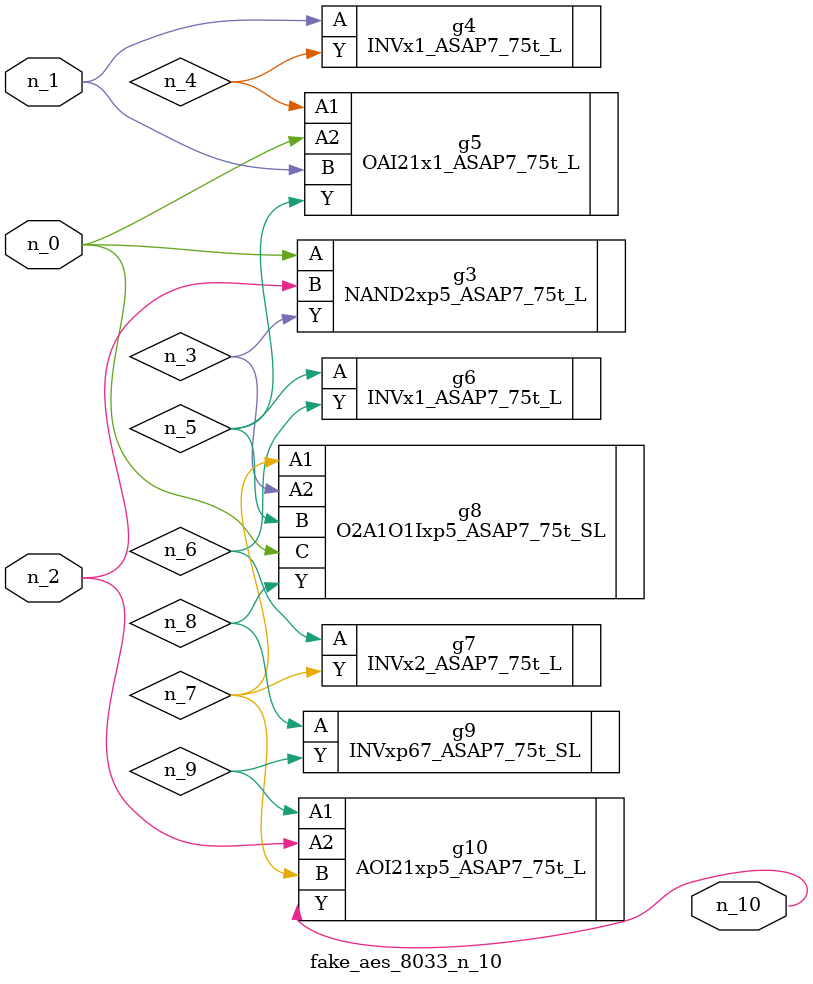
<source format=v>
module fake_aes_8033_n_10 (n_1, n_2, n_0, n_10);
input n_1;
input n_2;
input n_0;
output n_10;
wire n_6;
wire n_4;
wire n_3;
wire n_9;
wire n_5;
wire n_7;
wire n_8;
NAND2xp5_ASAP7_75t_L g3 ( .A(n_0), .B(n_2), .Y(n_3) );
INVx1_ASAP7_75t_L g4 ( .A(n_1), .Y(n_4) );
OAI21x1_ASAP7_75t_L g5 ( .A1(n_4), .A2(n_0), .B(n_1), .Y(n_5) );
INVx1_ASAP7_75t_L g6 ( .A(n_5), .Y(n_6) );
INVx2_ASAP7_75t_L g7 ( .A(n_6), .Y(n_7) );
O2A1O1Ixp5_ASAP7_75t_SL g8 ( .A1(n_7), .A2(n_3), .B(n_5), .C(n_0), .Y(n_8) );
INVxp67_ASAP7_75t_SL g9 ( .A(n_8), .Y(n_9) );
AOI21xp5_ASAP7_75t_L g10 ( .A1(n_9), .A2(n_2), .B(n_7), .Y(n_10) );
endmodule
</source>
